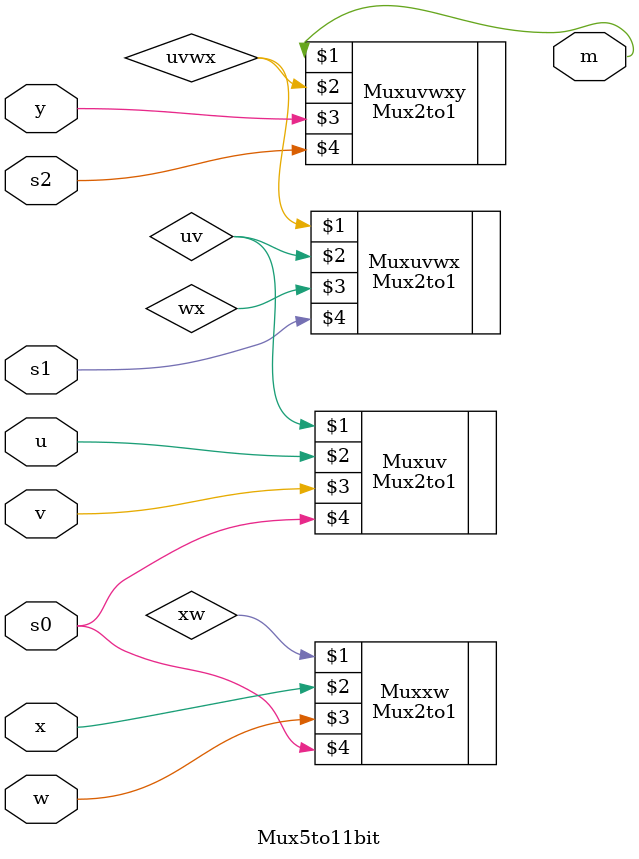
<source format=v>
module Mux5to11bit(m,x,y,v,w,u,s0,s1,s2);
input x,y,v,w,u,s0,s1,s2;
output m;

	Mux2to1 Muxxw(xw,x,w,s0);
	Mux2to1 Muxuv(uv,u,v,s0);
	Mux2to1 Muxuvwx(uvwx,uv,wx,s1);
	Mux2to1 Muxuvwxy(m,uvwx,y,s2);

endmodule

</source>
